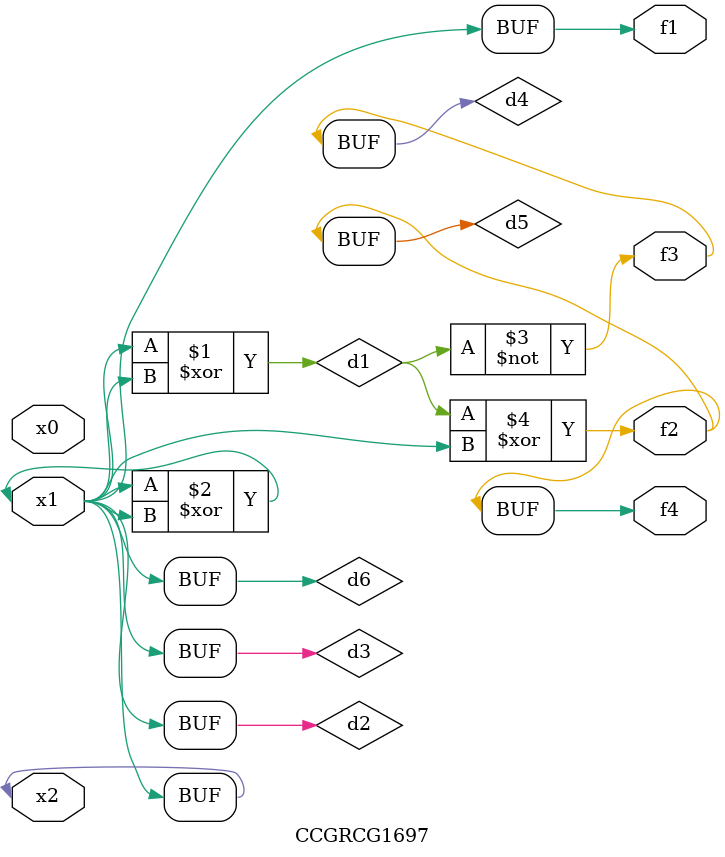
<source format=v>
module CCGRCG1697(
	input x0, x1, x2,
	output f1, f2, f3, f4
);

	wire d1, d2, d3, d4, d5, d6;

	xor (d1, x1, x2);
	buf (d2, x1, x2);
	xor (d3, x1, x2);
	nor (d4, d1);
	xor (d5, d1, d2);
	buf (d6, d2, d3);
	assign f1 = d6;
	assign f2 = d5;
	assign f3 = d4;
	assign f4 = d5;
endmodule

</source>
